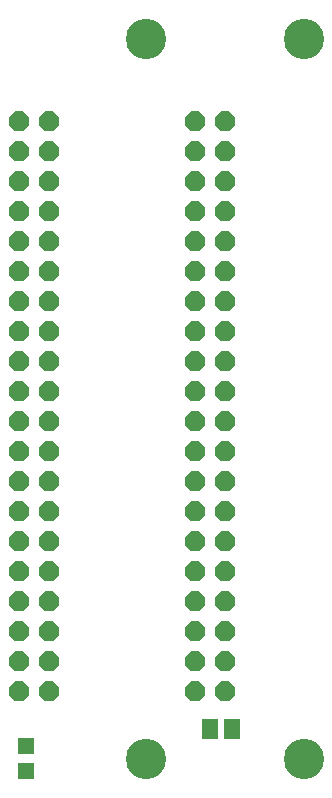
<source format=gts>
G75*
%MOIN*%
%OFA0B0*%
%FSLAX25Y25*%
%IPPOS*%
%LPD*%
%AMOC8*
5,1,8,0,0,1.08239X$1,22.5*
%
%ADD10C,0.13450*%
%ADD11OC8,0.06600*%
%ADD12R,0.05324X0.05324*%
%ADD13R,0.05718X0.06506*%
D10*
X0053500Y0016000D03*
X0106000Y0016000D03*
X0106000Y0256000D03*
X0053500Y0256000D03*
D11*
X0069750Y0228500D03*
X0069750Y0218500D03*
X0069750Y0208500D03*
X0069750Y0198500D03*
X0069750Y0188500D03*
X0069750Y0178500D03*
X0069750Y0168500D03*
X0069750Y0158500D03*
X0069750Y0148500D03*
X0069750Y0138500D03*
X0069750Y0128500D03*
X0069750Y0118500D03*
X0069750Y0108500D03*
X0069750Y0098500D03*
X0069750Y0088500D03*
X0069750Y0078500D03*
X0069750Y0068500D03*
X0069750Y0058500D03*
X0069750Y0048500D03*
X0069750Y0038500D03*
X0079750Y0038500D03*
X0079750Y0048500D03*
X0079750Y0058500D03*
X0079750Y0068500D03*
X0079750Y0078500D03*
X0079750Y0088500D03*
X0079750Y0098500D03*
X0079750Y0108500D03*
X0079750Y0118500D03*
X0079750Y0128500D03*
X0079750Y0138500D03*
X0079750Y0148500D03*
X0079750Y0158500D03*
X0079750Y0168500D03*
X0079750Y0178500D03*
X0079750Y0188500D03*
X0079750Y0198500D03*
X0079750Y0208500D03*
X0079750Y0218500D03*
X0079750Y0228500D03*
X0021000Y0228500D03*
X0021000Y0218500D03*
X0021000Y0208500D03*
X0021000Y0198500D03*
X0021000Y0188500D03*
X0021000Y0178500D03*
X0021000Y0168500D03*
X0021000Y0158500D03*
X0021000Y0148500D03*
X0021000Y0138500D03*
X0021000Y0128500D03*
X0021000Y0118500D03*
X0021000Y0108500D03*
X0021000Y0098500D03*
X0021000Y0088500D03*
X0021000Y0078500D03*
X0021000Y0068500D03*
X0021000Y0058500D03*
X0021000Y0048500D03*
X0021000Y0038500D03*
X0011000Y0038500D03*
X0011000Y0048500D03*
X0011000Y0058500D03*
X0011000Y0068500D03*
X0011000Y0078500D03*
X0011000Y0088500D03*
X0011000Y0098500D03*
X0011000Y0108500D03*
X0011000Y0118500D03*
X0011000Y0128500D03*
X0011000Y0138500D03*
X0011000Y0148500D03*
X0011000Y0158500D03*
X0011000Y0168500D03*
X0011000Y0178500D03*
X0011000Y0188500D03*
X0011000Y0198500D03*
X0011000Y0208500D03*
X0011000Y0218500D03*
X0011000Y0228500D03*
D12*
X0013500Y0011866D03*
X0013500Y0020134D03*
D13*
X0074760Y0026000D03*
X0082240Y0026000D03*
M02*

</source>
